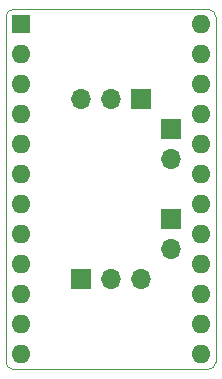
<source format=gbr>
%TF.GenerationSoftware,KiCad,Pcbnew,5.1.6+dfsg1-1~bpo10+1*%
%TF.CreationDate,Date%
%TF.ProjectId,ProMicro_QWIIC,50726f4d-6963-4726-9f5f-51574949432e,v1.0*%
%TF.SameCoordinates,Original*%
%TF.FileFunction,Soldermask,Bot*%
%TF.FilePolarity,Negative*%
%FSLAX45Y45*%
G04 Gerber Fmt 4.5, Leading zero omitted, Abs format (unit mm)*
G04 Created by KiCad*
%MOMM*%
%LPD*%
G01*
G04 APERTURE LIST*
%TA.AperFunction,Profile*%
%ADD10C,0.100000*%
%TD*%
%ADD11O,1.700000X1.700000*%
%ADD12R,1.700000X1.700000*%
%ADD13O,1.600000X1.600000*%
%ADD14R,1.600000X1.600000*%
G04 APERTURE END LIST*
D10*
X1651000Y63500D02*
X1651000Y-2857500D01*
X-127000Y-2857500D02*
X-127000Y63500D01*
X-63500Y-2921000D02*
G75*
G02*
X-127000Y-2857500I0J63500D01*
G01*
X1651000Y-2857500D02*
G75*
G02*
X1587500Y-2921000I-63500J0D01*
G01*
X1587500Y127000D02*
G75*
G02*
X1651000Y63500I0J-63500D01*
G01*
X-127000Y63500D02*
G75*
G02*
X-63500Y127000I63500J0D01*
G01*
X1587500Y-2921000D02*
X-63500Y-2921000D01*
X-63500Y127000D02*
X1587500Y127000D01*
D11*
X508000Y-635000D03*
X762000Y-635000D03*
D12*
X1016000Y-635000D03*
D11*
X1016000Y-2159000D03*
X762000Y-2159000D03*
D12*
X508000Y-2159000D03*
D11*
X1270000Y-1143000D03*
D12*
X1270000Y-889000D03*
D11*
X1270000Y-1905000D03*
D12*
X1270000Y-1651000D03*
D13*
X1524000Y0D03*
X1524000Y-254000D03*
X1524000Y-508000D03*
X0Y-2794000D03*
X1524000Y-762000D03*
X0Y-2540000D03*
X1524000Y-1016000D03*
X0Y-2286000D03*
X1524000Y-1270000D03*
X0Y-2032000D03*
X1524000Y-1524000D03*
X0Y-1778000D03*
X1524000Y-1778000D03*
X0Y-1524000D03*
X1524000Y-2032000D03*
X0Y-1270000D03*
X1524000Y-2286000D03*
X0Y-1016000D03*
X1524000Y-2540000D03*
X0Y-762000D03*
X1524000Y-2794000D03*
X0Y-508000D03*
X0Y-254000D03*
D14*
X0Y0D03*
M02*

</source>
